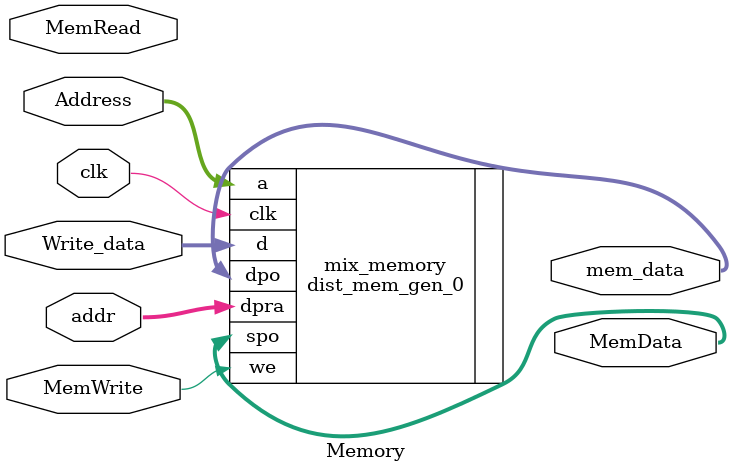
<source format=v>
`timescale 1ns / 1ps


module Memory(
    input [7:0]Address,
    input [31:0] Write_data,
    output [31:0]MemData,mem_data,
    input clk,
    input MemRead, MemWrite,
    input [7:0]addr
    );
    dist_mem_gen_0 mix_memory(.a(Address),.d(Write_data),.dpra(addr),.clk(clk),.we(MemWrite),.spo(MemData),.dpo(mem_data));
endmodule

</source>
